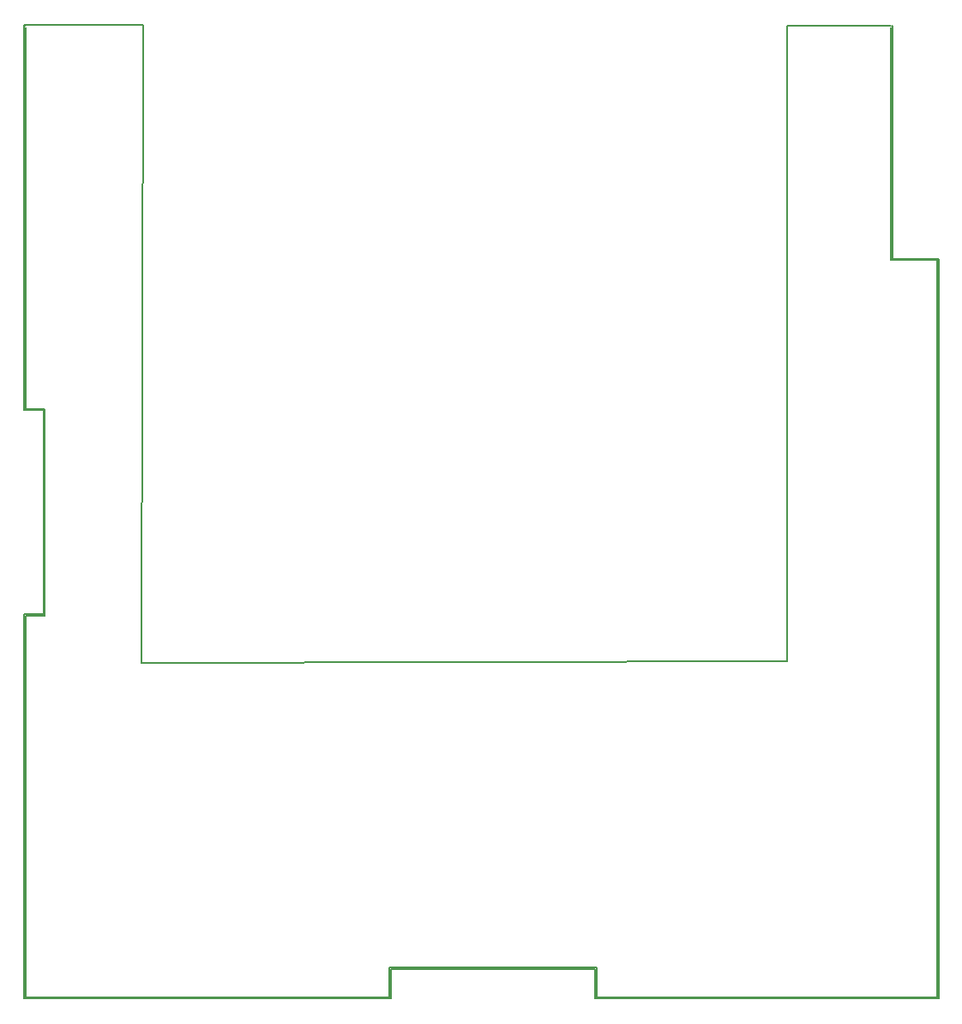
<source format=gm1>
G04 #@! TF.GenerationSoftware,KiCad,Pcbnew,5.0.0*
G04 #@! TF.CreationDate,2018-07-30T22:32:49-05:00*
G04 #@! TF.ProjectId,AntennaImpedance,416E74656E6E61496D706564616E6365,rev?*
G04 #@! TF.SameCoordinates,Original*
G04 #@! TF.FileFunction,Profile,NP*
%FSLAX46Y46*%
G04 Gerber Fmt 4.6, Leading zero omitted, Abs format (unit mm)*
G04 Created by KiCad (PCBNEW 5.0.0) date Mon Jul 30 22:32:49 2018*
%MOMM*%
%LPD*%
G01*
G04 APERTURE LIST*
%ADD10C,0.150000*%
%ADD11C,0.200000*%
G04 APERTURE END LIST*
D10*
X117132100Y-49314100D02*
X105410000Y-49326800D01*
X116979700Y-112255300D02*
X117132100Y-49314100D01*
X180733700Y-112102900D02*
X116979700Y-112255300D01*
X180733700Y-49377600D02*
X180733700Y-112102900D01*
X190995300Y-49377600D02*
X180733700Y-49377600D01*
D11*
X161825000Y-145422000D02*
X161819000Y-145422000D01*
X195619000Y-145422000D02*
X195619000Y-145422000D01*
X191055000Y-49382000D02*
X191061000Y-49384300D01*
X191061000Y-49384300D02*
X191068000Y-49385400D01*
X107435000Y-87247500D02*
X107437000Y-87253800D01*
X107434000Y-87241000D02*
X107435000Y-87247500D01*
X191068000Y-49385400D02*
X191074000Y-49388800D01*
X195687000Y-72433800D02*
X195687000Y-72440400D01*
X141531000Y-145420000D02*
X141525000Y-145422000D01*
X191074000Y-49388800D02*
X191080000Y-49391000D01*
X141587000Y-145360000D02*
X141585000Y-145366000D01*
X141550000Y-145413000D02*
X141544000Y-145415000D01*
X105380000Y-87310200D02*
X105376000Y-87305100D01*
X105384000Y-87316000D02*
X105380000Y-87310200D01*
X161789000Y-145409000D02*
X161783000Y-145405000D01*
X190967000Y-72433800D02*
X190967000Y-49532000D01*
X105399000Y-49395300D02*
X105404000Y-49391000D01*
X105393000Y-49398700D02*
X105399000Y-49395300D01*
X107424000Y-87223800D02*
X107428000Y-87228900D01*
X107420000Y-87218000D02*
X107424000Y-87223800D01*
X105517000Y-145272000D02*
X141437000Y-145272000D01*
X105517000Y-107612000D02*
X105517000Y-145272000D01*
X161904000Y-142401000D02*
X161905000Y-142408000D01*
X161900000Y-142395000D02*
X161904000Y-142401000D01*
X161858000Y-142355000D02*
X161864000Y-142359000D01*
X161851000Y-142354000D02*
X161858000Y-142355000D01*
X161794000Y-145413000D02*
X161789000Y-145409000D01*
X141493000Y-142354000D02*
X141499000Y-142352000D01*
X141486000Y-142355000D02*
X141493000Y-142354000D01*
X105404000Y-107471000D02*
X105410000Y-107469000D01*
X105399000Y-107475000D02*
X105404000Y-107471000D01*
X191080000Y-49391000D02*
X191085000Y-49395300D01*
X195684000Y-72421000D02*
X195685000Y-72427500D01*
X191085000Y-49395300D02*
X191091000Y-49398700D01*
X105416000Y-145419000D02*
X105410000Y-145415000D01*
X105376000Y-145385000D02*
X105374000Y-145379000D01*
X105380000Y-145390000D02*
X105376000Y-145385000D01*
X141439000Y-142408000D02*
X141440000Y-142401000D01*
X141437000Y-142414000D02*
X141439000Y-142408000D01*
X191091000Y-49398700D02*
X191095000Y-49403800D01*
X141544000Y-145415000D02*
X141538000Y-145419000D01*
X161907000Y-142420000D02*
X161907000Y-145272000D01*
X161907000Y-142420000D02*
X161907000Y-142420000D01*
X195687000Y-145354000D02*
X195687000Y-145360000D01*
X141587000Y-142502000D02*
X141587000Y-145354000D01*
X107400000Y-107603000D02*
X107394000Y-107605000D01*
X107405000Y-107599000D02*
X107400000Y-107603000D01*
X195678000Y-145385000D02*
X195674000Y-145390000D01*
X195655000Y-145409000D02*
X195650000Y-145413000D01*
X141587000Y-145354000D02*
X141587000Y-145354000D01*
X195684000Y-145373000D02*
X195680000Y-145379000D01*
X195680000Y-145379000D02*
X195678000Y-145385000D01*
X195665000Y-145400000D02*
X195661000Y-145405000D01*
X195670000Y-145396000D02*
X195665000Y-145400000D01*
X195638000Y-145419000D02*
X195631000Y-145420000D01*
X107437000Y-107550000D02*
X107435000Y-107556000D01*
X107437000Y-107544000D02*
X107437000Y-107550000D01*
X190967000Y-72460200D02*
X190967000Y-72433800D01*
X190969000Y-72466500D02*
X190967000Y-72460200D01*
X161757000Y-142502000D02*
X141587000Y-142502000D01*
X195631000Y-72374300D02*
X195638000Y-72375400D01*
X105435000Y-145422000D02*
X105429000Y-145422000D01*
X195687000Y-145360000D02*
X195685000Y-145366000D01*
X195625000Y-72372000D02*
X195631000Y-72374300D01*
X107434000Y-107563000D02*
X107430000Y-107569000D01*
X107435000Y-107556000D02*
X107434000Y-107563000D01*
X105367000Y-107524000D02*
X105369000Y-107518000D01*
X105367000Y-107530000D02*
X105367000Y-107524000D01*
X195687000Y-72440400D02*
X195687000Y-72440400D01*
X191049000Y-49382000D02*
X191055000Y-49382000D01*
X105393000Y-145405000D02*
X105389000Y-145400000D01*
X161774000Y-145396000D02*
X161770000Y-145390000D01*
X141437000Y-142420000D02*
X141437000Y-142414000D01*
X141437000Y-145272000D02*
X141437000Y-142420000D01*
X161779000Y-145400000D02*
X161774000Y-145396000D01*
X105374000Y-87298800D02*
X105370000Y-87293000D01*
X105376000Y-87305100D02*
X105374000Y-87298800D01*
X161800000Y-145415000D02*
X161794000Y-145413000D01*
X141538000Y-145419000D02*
X141531000Y-145420000D01*
X195687000Y-72440400D02*
X195687000Y-145354000D01*
X141519000Y-145422000D02*
X105435000Y-145422000D01*
X195674000Y-72403800D02*
X195678000Y-72408900D01*
X141565000Y-145400000D02*
X141561000Y-145405000D01*
X105435000Y-87342000D02*
X105429000Y-87342000D01*
X105435000Y-87342000D02*
X105435000Y-87342000D01*
X195631000Y-145420000D02*
X195625000Y-145422000D01*
X141578000Y-145385000D02*
X141574000Y-145390000D01*
X195638000Y-72375400D02*
X195644000Y-72378800D01*
X107430000Y-87235200D02*
X107434000Y-87241000D01*
X107428000Y-87228900D02*
X107430000Y-87235200D01*
X107381000Y-87194300D02*
X107388000Y-87195400D01*
X107375000Y-87192000D02*
X107381000Y-87194300D01*
X161839000Y-142352000D02*
X161839000Y-142352000D01*
X141505000Y-142352000D02*
X161839000Y-142352000D01*
X161898000Y-142389000D02*
X161900000Y-142395000D01*
X161894000Y-142384000D02*
X161898000Y-142389000D01*
X191117000Y-49450400D02*
X191117000Y-72372000D01*
X105517000Y-87192000D02*
X107369000Y-87192000D01*
X105517000Y-49532000D02*
X105517000Y-87192000D01*
X105384000Y-145396000D02*
X105380000Y-145390000D01*
X195644000Y-145415000D02*
X195638000Y-145419000D01*
X195625000Y-145422000D02*
X195619000Y-145422000D01*
X191114000Y-49431000D02*
X191115000Y-49437500D01*
X191035000Y-72522000D02*
X191035000Y-72522000D01*
X195537000Y-72522000D02*
X191035000Y-72522000D01*
X105389000Y-145400000D02*
X105384000Y-145396000D01*
X161825000Y-145422000D02*
X161825000Y-145422000D01*
X195537000Y-145272000D02*
X195537000Y-72522000D01*
X161907000Y-145272000D02*
X195537000Y-145272000D01*
X105376000Y-107499000D02*
X105380000Y-107494000D01*
X105374000Y-107505000D02*
X105376000Y-107499000D01*
X105369000Y-87286500D02*
X105367000Y-87280200D01*
X105370000Y-87293000D02*
X105369000Y-87286500D01*
X141561000Y-145405000D02*
X141555000Y-145409000D01*
X105416000Y-107465000D02*
X105423000Y-107464000D01*
X105410000Y-107469000D02*
X105416000Y-107465000D01*
X105374000Y-49425200D02*
X105376000Y-49418900D01*
X105370000Y-49431000D02*
X105374000Y-49425200D01*
X191049000Y-49382000D02*
X191049000Y-49382000D01*
X105435000Y-49382000D02*
X105435000Y-49382000D01*
X105429000Y-49382000D02*
X105435000Y-49382000D01*
X107405000Y-87205300D02*
X107411000Y-87208700D01*
X107400000Y-87201000D02*
X107405000Y-87205300D01*
X107415000Y-87213800D02*
X107420000Y-87218000D01*
X107411000Y-87208700D02*
X107415000Y-87213800D01*
X141505000Y-142352000D02*
X141505000Y-142352000D01*
X141499000Y-142352000D02*
X141505000Y-142352000D01*
X105384000Y-107488000D02*
X105389000Y-107484000D01*
X105380000Y-107494000D02*
X105384000Y-107488000D01*
X107388000Y-107609000D02*
X107381000Y-107610000D01*
X107394000Y-107605000D02*
X107388000Y-107609000D01*
X107437000Y-107544000D02*
X107437000Y-107544000D01*
X107437000Y-87260400D02*
X107437000Y-107544000D01*
X105380000Y-49413800D02*
X105384000Y-49408000D01*
X105376000Y-49418900D02*
X105380000Y-49413800D01*
X105399000Y-145409000D02*
X105393000Y-145405000D01*
X195661000Y-72388700D02*
X195665000Y-72393800D01*
X191095000Y-49403800D02*
X191100000Y-49408000D01*
X141587000Y-145354000D02*
X141587000Y-145360000D01*
X141580000Y-145379000D02*
X141578000Y-145385000D01*
X105370000Y-145373000D02*
X105369000Y-145366000D01*
X105374000Y-145379000D02*
X105370000Y-145373000D01*
X107394000Y-87198800D02*
X107400000Y-87201000D01*
X107388000Y-87195400D02*
X107394000Y-87198800D01*
X195687000Y-145354000D02*
X195687000Y-145354000D01*
X105367000Y-49450400D02*
X105367000Y-49443800D01*
X105367000Y-49450400D02*
X105367000Y-49450400D01*
X161907000Y-142414000D02*
X161907000Y-142420000D01*
X161905000Y-142408000D02*
X161907000Y-142414000D01*
X141555000Y-145409000D02*
X141550000Y-145413000D01*
X105404000Y-145413000D02*
X105399000Y-145409000D01*
X105367000Y-87253800D02*
X105367000Y-49450400D01*
X105367000Y-87280200D02*
X105367000Y-87253800D01*
X141469000Y-142365000D02*
X141474000Y-142361000D01*
X141463000Y-142369000D02*
X141469000Y-142365000D01*
X191029000Y-72522000D02*
X191023000Y-72519700D01*
X191035000Y-72522000D02*
X191029000Y-72522000D01*
X190993000Y-72505300D02*
X190989000Y-72500200D01*
X190999000Y-72508700D02*
X190993000Y-72505300D01*
X190984000Y-72496000D02*
X190980000Y-72490200D01*
X190989000Y-72500200D02*
X190984000Y-72496000D01*
X191117000Y-49450400D02*
X191117000Y-49450400D01*
X195674000Y-145390000D02*
X195670000Y-145396000D01*
X105389000Y-49403800D02*
X105393000Y-49398700D01*
X105384000Y-49408000D02*
X105389000Y-49403800D01*
X141480000Y-142359000D02*
X141486000Y-142355000D01*
X141474000Y-142361000D02*
X141480000Y-142359000D01*
X105367000Y-107530000D02*
X105367000Y-107530000D01*
X105367000Y-145334000D02*
X105367000Y-107530000D01*
X105399000Y-87328700D02*
X105393000Y-87325300D01*
X105404000Y-87333000D02*
X105399000Y-87328700D01*
X161845000Y-142352000D02*
X161851000Y-142354000D01*
X161839000Y-142352000D02*
X161845000Y-142352000D01*
X191115000Y-49437500D02*
X191117000Y-49443800D01*
X107369000Y-107612000D02*
X105517000Y-107612000D01*
X107369000Y-107612000D02*
X107369000Y-107612000D01*
X195661000Y-145405000D02*
X195655000Y-145409000D01*
X107369000Y-87192000D02*
X107375000Y-87192000D01*
X107369000Y-87192000D02*
X107369000Y-87192000D01*
X105429000Y-107462000D02*
X105435000Y-107462000D01*
X105423000Y-107464000D02*
X105429000Y-107462000D01*
X190976000Y-72485100D02*
X190974000Y-72478800D01*
X190980000Y-72490200D02*
X190976000Y-72485100D01*
X195619000Y-72372000D02*
X195625000Y-72372000D01*
X161757000Y-145334000D02*
X161757000Y-142502000D01*
X191100000Y-49408000D02*
X191104000Y-49413800D01*
X195644000Y-72378800D02*
X195650000Y-72381000D01*
X195619000Y-72372000D02*
X195619000Y-72372000D01*
X195665000Y-72393800D02*
X195670000Y-72398000D01*
X107375000Y-107612000D02*
X107369000Y-107612000D01*
X107381000Y-107610000D02*
X107375000Y-107612000D01*
X161813000Y-145420000D02*
X161806000Y-145419000D01*
X107287000Y-87342000D02*
X105435000Y-87342000D01*
X107287000Y-107462000D02*
X107287000Y-87342000D01*
X161806000Y-145419000D02*
X161800000Y-145415000D01*
X191117000Y-49443800D02*
X191117000Y-49450400D01*
X161881000Y-142369000D02*
X161885000Y-142374000D01*
X161875000Y-142365000D02*
X161881000Y-142369000D01*
X161870000Y-142361000D02*
X161875000Y-142365000D01*
X161864000Y-142359000D02*
X161870000Y-142361000D01*
X161759000Y-145366000D02*
X161757000Y-145360000D01*
X161766000Y-145385000D02*
X161764000Y-145379000D01*
X105389000Y-87320200D02*
X105384000Y-87316000D01*
X105393000Y-87325300D02*
X105389000Y-87320200D01*
X105370000Y-107511000D02*
X105374000Y-107505000D01*
X105369000Y-107518000D02*
X105370000Y-107511000D01*
X107411000Y-107595000D02*
X107405000Y-107599000D01*
X107415000Y-107590000D02*
X107411000Y-107595000D01*
X107428000Y-107575000D02*
X107424000Y-107580000D01*
X107430000Y-107569000D02*
X107428000Y-107575000D01*
X141459000Y-142374000D02*
X141463000Y-142369000D01*
X141454000Y-142378000D02*
X141459000Y-142374000D01*
X195678000Y-72408900D02*
X195680000Y-72415200D01*
X195655000Y-72385300D02*
X195661000Y-72388700D01*
X141585000Y-145366000D02*
X141584000Y-145373000D01*
X191110000Y-49425200D02*
X191114000Y-49431000D01*
X107420000Y-107586000D02*
X107415000Y-107590000D01*
X107424000Y-107580000D02*
X107420000Y-107586000D01*
X195670000Y-72398000D02*
X195674000Y-72403800D01*
X195685000Y-145366000D02*
X195684000Y-145373000D01*
X141570000Y-145396000D02*
X141565000Y-145400000D01*
X195650000Y-72381000D02*
X195655000Y-72385300D01*
X105435000Y-107462000D02*
X107287000Y-107462000D01*
X105435000Y-107462000D02*
X105435000Y-107462000D01*
X161783000Y-145405000D02*
X161779000Y-145400000D01*
X161819000Y-145422000D02*
X161813000Y-145420000D01*
X191108000Y-49418900D02*
X191110000Y-49425200D01*
X141444000Y-142395000D02*
X141446000Y-142389000D01*
X141440000Y-142401000D02*
X141444000Y-142395000D01*
X141574000Y-145390000D02*
X141570000Y-145396000D01*
X191117000Y-72372000D02*
X195619000Y-72372000D01*
X161890000Y-142378000D02*
X161894000Y-142384000D01*
X161885000Y-142374000D02*
X161890000Y-142378000D01*
X105369000Y-49437500D02*
X105370000Y-49431000D01*
X105367000Y-49443800D02*
X105369000Y-49437500D01*
X105423000Y-49384300D02*
X105429000Y-49382000D01*
X105416000Y-49385400D02*
X105423000Y-49384300D01*
X105423000Y-145420000D02*
X105416000Y-145419000D01*
X107437000Y-87260400D02*
X107437000Y-87260400D01*
X107437000Y-87253800D02*
X107437000Y-87260400D01*
X161760000Y-145373000D02*
X161759000Y-145366000D01*
X195685000Y-72427500D02*
X195687000Y-72433800D01*
X141519000Y-145422000D02*
X141519000Y-145422000D01*
X105429000Y-145422000D02*
X105423000Y-145420000D01*
X105423000Y-87339700D02*
X105416000Y-87338600D01*
X105429000Y-87342000D02*
X105423000Y-87339700D01*
X195650000Y-145413000D02*
X195644000Y-145415000D01*
X105367000Y-145360000D02*
X105367000Y-145334000D01*
X105369000Y-145366000D02*
X105367000Y-145360000D01*
X161764000Y-145379000D02*
X161760000Y-145373000D01*
X141525000Y-145422000D02*
X141519000Y-145422000D01*
X191016000Y-72518600D02*
X191010000Y-72515200D01*
X191023000Y-72519700D02*
X191016000Y-72518600D01*
X105410000Y-87335200D02*
X105404000Y-87333000D01*
X105416000Y-87338600D02*
X105410000Y-87335200D01*
X190970000Y-72473000D02*
X190969000Y-72466500D01*
X190974000Y-72478800D02*
X190970000Y-72473000D01*
X195680000Y-72415200D02*
X195684000Y-72421000D01*
X141584000Y-145373000D02*
X141580000Y-145379000D01*
X105435000Y-145422000D02*
X105435000Y-145422000D01*
X161770000Y-145390000D02*
X161766000Y-145385000D01*
X105393000Y-107479000D02*
X105399000Y-107475000D01*
X105389000Y-107484000D02*
X105393000Y-107479000D01*
X191104000Y-49413800D02*
X191108000Y-49418900D01*
X195619000Y-145422000D02*
X161825000Y-145422000D01*
X141450000Y-142384000D02*
X141454000Y-142378000D01*
X141446000Y-142389000D02*
X141450000Y-142384000D01*
X161757000Y-145360000D02*
X161757000Y-145334000D01*
X191004000Y-72513000D02*
X190999000Y-72508700D01*
X191010000Y-72515200D02*
X191004000Y-72513000D01*
X105410000Y-49388800D02*
X105416000Y-49385400D01*
X105404000Y-49391000D02*
X105410000Y-49388800D01*
X105410000Y-145415000D02*
X105404000Y-145413000D01*
M02*

</source>
